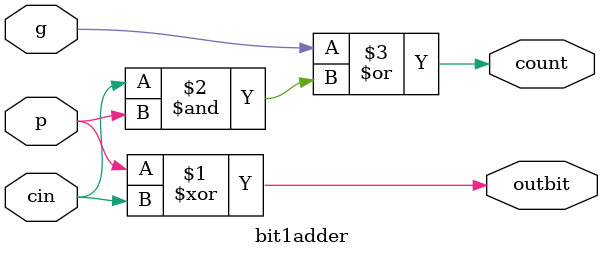
<source format=v>

module rca_64bit(
	input wire	[63:0]	a,		// operator 1
	input wire	[63:0]	b, 		// operator 2
	input wire			cin, 	// carry in
	output wire	[63:0]	sum,	// sum
	output wire			cout	// carry out
);

bitNRCAdder #(.N(64)) bitNRCAdder1_i1(.add1(a[63:0]),.add2(b[63:0]),.cin(cin),.result(sum[63:0]),.cout(cout));

endmodule

// ----------------------------------------------------
// Part II: N-bit Ripple Carry Adder by generator
// ----------------------------------------------------
module bitNRCAdder #(parameter N = 4) (

  input wire  [N-1:0]         add1,      //adder1
  input wire  [N-1:0]         add2,      //adder2
  input wire 			   cin,          //carry input

  output wire  [N-1:0]         result,   //sum
  output wire              cout          //carry output
);

wire [N-1:0] p,g; //internal variables
wire [N:0] c_mid; //carry

assign p = add1^add2;
assign g = add1&add2;

genvar i;
generate
	for(i=0;i<N;i=i+1) begin: block
	bit1adder bit1adder_module(.g(g[i]),.p(p[i]),.cin(c_mid[i]),.outbit(result[i]),.count(c_mid[i+1]));
	end
endgenerate

assign c_mid[0] = cin;
assign cout = c_mid[N];

endmodule
// ----------------------------------------------------
// Part III: N-bit multiplexer
// ----------------------------------------------------
module bitNmux #(parameter N = 5) (
input wire [N:0] in0,in1, // 2-way inputs
input wire sel,             // select

output reg [N:0] ou1      //outputs
);

always@(*) begin
case (sel)
	1'b0:ou1 = in0;
	1'b1:ou1 = in1;
endcase
end

endmodule

// ----------------------------------------------------
// Part IV: 1-bit Full Adder
// ----------------------------------------------------
module bit1adder(
input wire g,  // generate
input wire p,  // propagate
input wire cin,  // carry in

output wire outbit, // outbit
output wire count // carry out
);

assign outbit = p^cin; //p xor cin
assign count = g|(cin&p); //g + (cin * p)

endmodule

</source>
